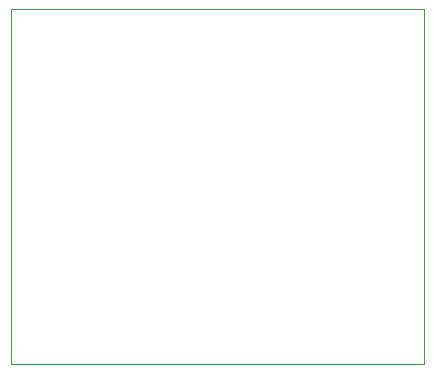
<source format=gbr>
G04 #@! TF.GenerationSoftware,KiCad,Pcbnew,7.0.9*
G04 #@! TF.CreationDate,2024-08-22T18:13:54+09:00*
G04 #@! TF.ProjectId,short_checker,73686f72-745f-4636-9865-636b65722e6b,rev?*
G04 #@! TF.SameCoordinates,Original*
G04 #@! TF.FileFunction,Profile,NP*
%FSLAX46Y46*%
G04 Gerber Fmt 4.6, Leading zero omitted, Abs format (unit mm)*
G04 Created by KiCad (PCBNEW 7.0.9) date 2024-08-22 18:13:54*
%MOMM*%
%LPD*%
G01*
G04 APERTURE LIST*
G04 #@! TA.AperFunction,Profile*
%ADD10C,0.100000*%
G04 #@! TD*
G04 APERTURE END LIST*
D10*
X120000000Y-110000000D02*
X120000000Y-80000000D01*
X155000000Y-110000000D02*
X120000000Y-110000000D01*
X155000000Y-80000000D02*
X155000000Y-110000000D01*
X120000000Y-80000000D02*
X155000000Y-80000000D01*
M02*

</source>
